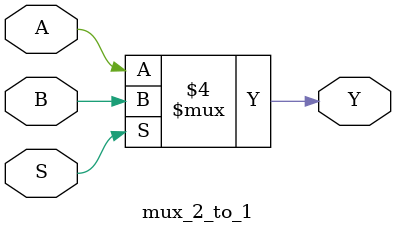
<source format=v>
module mux_2_to_1 (
    output reg Y,
    input A,
    input B,
    input S
);

always @(*) begin
    if (S == 0) begin
        Y = A;
    end else begin
        Y = B;
    end
end

endmodule
</source>
